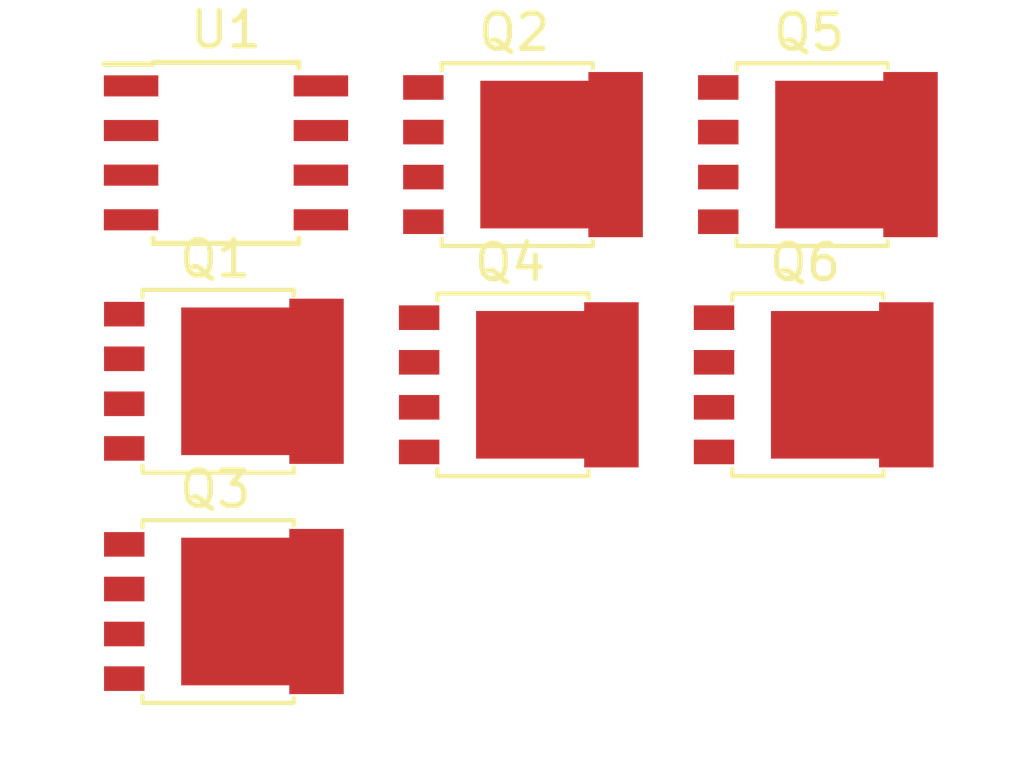
<source format=kicad_pcb>
(kicad_pcb (version 20171130) (host pcbnew "(5.1.0-0)")

  (general
    (thickness 1.6)
    (drawings 0)
    (tracks 0)
    (zones 0)
    (modules 7)
    (nets 20)
  )

  (page A4)
  (layers
    (0 F.Cu signal)
    (31 B.Cu signal)
    (32 B.Adhes user)
    (33 F.Adhes user)
    (34 B.Paste user)
    (35 F.Paste user)
    (36 B.SilkS user)
    (37 F.SilkS user)
    (38 B.Mask user)
    (39 F.Mask user)
    (40 Dwgs.User user)
    (41 Cmts.User user)
    (42 Eco1.User user)
    (43 Eco2.User user)
    (44 Edge.Cuts user)
    (45 Margin user)
    (46 B.CrtYd user)
    (47 F.CrtYd user)
    (48 B.Fab user)
    (49 F.Fab user)
  )

  (setup
    (last_trace_width 0.25)
    (trace_clearance 0.2)
    (zone_clearance 0.508)
    (zone_45_only no)
    (trace_min 0.2)
    (via_size 0.8)
    (via_drill 0.4)
    (via_min_size 0.4)
    (via_min_drill 0.3)
    (uvia_size 0.3)
    (uvia_drill 0.1)
    (uvias_allowed no)
    (uvia_min_size 0.2)
    (uvia_min_drill 0.1)
    (edge_width 0.1)
    (segment_width 0.2)
    (pcb_text_width 0.3)
    (pcb_text_size 1.5 1.5)
    (mod_edge_width 0.15)
    (mod_text_size 1 1)
    (mod_text_width 0.15)
    (pad_size 1.524 1.524)
    (pad_drill 0.762)
    (pad_to_mask_clearance 0)
    (aux_axis_origin 0 0)
    (visible_elements FFFFFF7F)
    (pcbplotparams
      (layerselection 0x010fc_ffffffff)
      (usegerberextensions false)
      (usegerberattributes false)
      (usegerberadvancedattributes false)
      (creategerberjobfile false)
      (excludeedgelayer true)
      (linewidth 0.100000)
      (plotframeref false)
      (viasonmask false)
      (mode 1)
      (useauxorigin false)
      (hpglpennumber 1)
      (hpglpenspeed 20)
      (hpglpendiameter 15.000000)
      (psnegative false)
      (psa4output false)
      (plotreference true)
      (plotvalue true)
      (plotinvisibletext false)
      (padsonsilk false)
      (subtractmaskfromsilk false)
      (outputformat 1)
      (mirror false)
      (drillshape 1)
      (scaleselection 1)
      (outputdirectory ""))
  )

  (net 0 "")
  (net 1 /PowerStage/U_PHASE)
  (net 2 +24V)
  (net 3 /PowerStage/U_HIGH_DRIVE)
  (net 4 /PowerStage/U_LOW_DRIVE)
  (net 5 "Net-(Q2-Pad1)")
  (net 6 /PowerStage/V_PHASE)
  (net 7 /PowerStage/V_HIGH_DRIVE)
  (net 8 /PowerStage/V_LOW_DRIVE)
  (net 9 /PowerStage/W_PHASE)
  (net 10 /PowerStage/W_HIGH_DRIVE)
  (net 11 /PowerStage/W_LOW_DRIVE)
  (net 12 +12V)
  (net 13 "Net-(C1-Pad1)")
  (net 14 "Net-(R2-Pad2)")
  (net 15 "Net-(D1-Pad1)")
  (net 16 /PowerStage/U_HIGH_PWM)
  (net 17 /PowerStage/U_LOW_PWM)
  (net 18 GND)
  (net 19 "Net-(R3-Pad2)")

  (net_class Default "This is the default net class."
    (clearance 0.2)
    (trace_width 0.25)
    (via_dia 0.8)
    (via_drill 0.4)
    (uvia_dia 0.3)
    (uvia_drill 0.1)
    (add_net +12V)
    (add_net +24V)
    (add_net /PowerStage/U_HIGH_DRIVE)
    (add_net /PowerStage/U_HIGH_PWM)
    (add_net /PowerStage/U_LOW_DRIVE)
    (add_net /PowerStage/U_LOW_PWM)
    (add_net /PowerStage/U_PHASE)
    (add_net /PowerStage/V_HIGH_DRIVE)
    (add_net /PowerStage/V_LOW_DRIVE)
    (add_net /PowerStage/V_PHASE)
    (add_net /PowerStage/W_HIGH_DRIVE)
    (add_net /PowerStage/W_LOW_DRIVE)
    (add_net /PowerStage/W_PHASE)
    (add_net GND)
    (add_net "Net-(C1-Pad1)")
    (add_net "Net-(D1-Pad1)")
    (add_net "Net-(Q2-Pad1)")
    (add_net "Net-(R2-Pad2)")
    (add_net "Net-(R3-Pad2)")
  )

  (module Package_TO_SOT_SMD:LFPAK56 (layer F.Cu) (tedit 5AE897F6) (tstamp 5C9C7E45)
    (at 271.665001 4.145001)
    (descr "LFPAK56 https://assets.nexperia.com/documents/outline-drawing/SOT669.pdf")
    (tags "LFPAK56 SOT-669 Power-SO8")
    (path /5C9C3DFB/5C9C3EB2)
    (solder_mask_margin 0.07)
    (solder_paste_margin -0.05)
    (attr smd)
    (fp_text reference Q1 (at -0.245 -3.48) (layer F.SilkS)
      (effects (font (size 1 1) (thickness 0.15)))
    )
    (fp_text value PSMN5R5-60YS (at -0.245 3.52) (layer F.Fab)
      (effects (font (size 1 1) (thickness 0.15)))
    )
    (fp_text user %R (at 0 0 90) (layer F.Fab)
      (effects (font (size 1 1) (thickness 0.15)))
    )
    (fp_line (start -2.315 2.4) (end -2.315 2.6) (layer F.SilkS) (width 0.12))
    (fp_line (start -2.315 2.6) (end 1.985 2.6) (layer F.SilkS) (width 0.12))
    (fp_line (start 1.985 2.6) (end 1.985 2.45) (layer F.SilkS) (width 0.12))
    (fp_line (start 1.985 -2.45) (end 1.985 -2.6) (layer F.SilkS) (width 0.12))
    (fp_line (start 1.985 -2.6) (end -2.315 -2.6) (layer F.SilkS) (width 0.12))
    (fp_line (start -2.315 -2.6) (end -2.315 -2.4) (layer F.SilkS) (width 0.12))
    (fp_line (start -2.215 1.7) (end -3.215 1.7) (layer F.Fab) (width 0.1))
    (fp_line (start -3.215 1.7) (end -3.215 2.15) (layer F.Fab) (width 0.1))
    (fp_line (start -3.215 2.15) (end -2.215 2.15) (layer F.Fab) (width 0.1))
    (fp_line (start -2.215 0.4) (end -3.215 0.4) (layer F.Fab) (width 0.1))
    (fp_line (start -3.215 0.4) (end -3.215 0.85) (layer F.Fab) (width 0.1))
    (fp_line (start -3.215 0.85) (end -2.215 0.85) (layer F.Fab) (width 0.1))
    (fp_line (start -2.215 -0.85) (end -3.215 -0.85) (layer F.Fab) (width 0.1))
    (fp_line (start -3.215 -0.85) (end -3.215 -0.4) (layer F.Fab) (width 0.1))
    (fp_line (start -3.215 -0.4) (end -2.215 -0.4) (layer F.Fab) (width 0.1))
    (fp_line (start -3.215 -2.15) (end -3.215 -1.65) (layer F.Fab) (width 0.1))
    (fp_line (start -3.215 -2.15) (end -2.215 -2.15) (layer F.Fab) (width 0.1))
    (fp_line (start -3.215 -1.65) (end -2.215 -1.65) (layer F.Fab) (width 0.1))
    (fp_line (start 3.185 -2.2) (end 3.185 2.2) (layer F.Fab) (width 0.1))
    (fp_line (start 3.185 2.2) (end 1.885 2.2) (layer F.Fab) (width 0.1))
    (fp_line (start 3.185 -2.2) (end 1.885 -2.2) (layer F.Fab) (width 0.1))
    (fp_line (start 1.885 -2.5) (end -2.215 -2.5) (layer F.Fab) (width 0.1))
    (fp_line (start -2.215 -2.5) (end -2.215 2.5) (layer F.Fab) (width 0.1))
    (fp_line (start -2.215 2.5) (end 1.885 2.5) (layer F.Fab) (width 0.1))
    (fp_line (start 1.885 2.5) (end 1.885 -2.5) (layer F.Fab) (width 0.1))
    (fp_line (start 3.67 -2.75) (end 3.67 2.75) (layer F.CrtYd) (width 0.05))
    (fp_line (start 3.67 -2.75) (end -3.67 -2.75) (layer F.CrtYd) (width 0.05))
    (fp_line (start -3.67 2.75) (end 3.67 2.75) (layer F.CrtYd) (width 0.05))
    (fp_line (start -3.67 2.75) (end -3.67 -2.75) (layer F.CrtYd) (width 0.05))
    (pad "" smd rect (at 0.185 -1.15) (size 0.6 0.9) (layers F.Paste))
    (pad "" smd rect (at -0.665 -1.15) (size 0.6 0.9) (layers F.Paste))
    (pad "" smd rect (at 1.035 -1.15) (size 0.6 0.9) (layers F.Paste))
    (pad "" smd rect (at 0.185 1.15) (size 0.6 0.9) (layers F.Paste))
    (pad "" smd rect (at -0.665 1.15) (size 0.6 0.9) (layers F.Paste))
    (pad "" smd rect (at 1.035 1.15) (size 0.6 0.9) (layers F.Paste))
    (pad "" smd rect (at 1.035 0) (size 0.6 0.9) (layers F.Paste))
    (pad "" smd rect (at -0.665 0) (size 0.6 0.9) (layers F.Paste))
    (pad "" smd rect (at 2.885 -1.88 270) (size 0.6 0.9) (layers F.Paste))
    (pad "" smd rect (at 2.885 1.88 270) (size 0.6 0.9) (layers F.Paste))
    (pad "" smd rect (at 2.885 -0.6 270) (size 0.6 0.9) (layers F.Paste))
    (pad 2 smd rect (at -2.835 -0.64 270) (size 0.7 1.15) (layers F.Cu F.Paste F.Mask)
      (net 1 /PowerStage/U_PHASE) (solder_mask_margin 0.07) (solder_paste_margin -0.05))
    (pad 1 smd rect (at -2.835 -1.91 270) (size 0.7 1.15) (layers F.Cu F.Paste F.Mask)
      (net 1 /PowerStage/U_PHASE) (solder_mask_margin 0.07) (solder_paste_margin -0.05))
    (pad 3 smd rect (at -2.835 0.64 270) (size 0.7 1.15) (layers F.Cu F.Paste F.Mask)
      (net 1 /PowerStage/U_PHASE) (solder_mask_margin 0.07) (solder_paste_margin -0.05))
    (pad 5 smd rect (at 2.635 0 270) (size 4.7 1.55) (layers F.Cu F.Mask)
      (net 2 +24V) (solder_mask_margin 0.07))
    (pad 5 smd rect (at 0.435 0 270) (size 4.2 3.3) (layers F.Cu F.Mask)
      (net 2 +24V) (solder_mask_margin 0.07))
    (pad 4 smd rect (at -2.835 1.91 270) (size 0.7 1.15) (layers F.Cu F.Paste F.Mask)
      (net 3 /PowerStage/U_HIGH_DRIVE) (solder_mask_margin 0.07) (solder_paste_margin -0.05))
    (pad "" smd rect (at 2.885 0.6 270) (size 0.6 0.9) (layers F.Paste))
    (pad "" smd rect (at 0.185 0) (size 0.6 0.9) (layers F.Paste))
    (model ${KISYS3DMOD}/Package_TO_SOT_SMD.3dshapes/LFPAK56.wrl
      (at (xyz 0 0 0))
      (scale (xyz 1 1 1))
      (rotate (xyz 0 0 0))
    )
  )

  (module Package_TO_SOT_SMD:LFPAK56 (layer F.Cu) (tedit 5AE897F6) (tstamp 5C9C7E7A)
    (at 280.175001 -2.304999)
    (descr "LFPAK56 https://assets.nexperia.com/documents/outline-drawing/SOT669.pdf")
    (tags "LFPAK56 SOT-669 Power-SO8")
    (path /5C9C3DFB/5C9C9EDD)
    (solder_mask_margin 0.07)
    (solder_paste_margin -0.05)
    (attr smd)
    (fp_text reference Q2 (at -0.245 -3.48) (layer F.SilkS)
      (effects (font (size 1 1) (thickness 0.15)))
    )
    (fp_text value PSMN5R5-60YS (at -0.245 3.52) (layer F.Fab)
      (effects (font (size 1 1) (thickness 0.15)))
    )
    (fp_line (start -3.67 2.75) (end -3.67 -2.75) (layer F.CrtYd) (width 0.05))
    (fp_line (start -3.67 2.75) (end 3.67 2.75) (layer F.CrtYd) (width 0.05))
    (fp_line (start 3.67 -2.75) (end -3.67 -2.75) (layer F.CrtYd) (width 0.05))
    (fp_line (start 3.67 -2.75) (end 3.67 2.75) (layer F.CrtYd) (width 0.05))
    (fp_line (start 1.885 2.5) (end 1.885 -2.5) (layer F.Fab) (width 0.1))
    (fp_line (start -2.215 2.5) (end 1.885 2.5) (layer F.Fab) (width 0.1))
    (fp_line (start -2.215 -2.5) (end -2.215 2.5) (layer F.Fab) (width 0.1))
    (fp_line (start 1.885 -2.5) (end -2.215 -2.5) (layer F.Fab) (width 0.1))
    (fp_line (start 3.185 -2.2) (end 1.885 -2.2) (layer F.Fab) (width 0.1))
    (fp_line (start 3.185 2.2) (end 1.885 2.2) (layer F.Fab) (width 0.1))
    (fp_line (start 3.185 -2.2) (end 3.185 2.2) (layer F.Fab) (width 0.1))
    (fp_line (start -3.215 -1.65) (end -2.215 -1.65) (layer F.Fab) (width 0.1))
    (fp_line (start -3.215 -2.15) (end -2.215 -2.15) (layer F.Fab) (width 0.1))
    (fp_line (start -3.215 -2.15) (end -3.215 -1.65) (layer F.Fab) (width 0.1))
    (fp_line (start -3.215 -0.4) (end -2.215 -0.4) (layer F.Fab) (width 0.1))
    (fp_line (start -3.215 -0.85) (end -3.215 -0.4) (layer F.Fab) (width 0.1))
    (fp_line (start -2.215 -0.85) (end -3.215 -0.85) (layer F.Fab) (width 0.1))
    (fp_line (start -3.215 0.85) (end -2.215 0.85) (layer F.Fab) (width 0.1))
    (fp_line (start -3.215 0.4) (end -3.215 0.85) (layer F.Fab) (width 0.1))
    (fp_line (start -2.215 0.4) (end -3.215 0.4) (layer F.Fab) (width 0.1))
    (fp_line (start -3.215 2.15) (end -2.215 2.15) (layer F.Fab) (width 0.1))
    (fp_line (start -3.215 1.7) (end -3.215 2.15) (layer F.Fab) (width 0.1))
    (fp_line (start -2.215 1.7) (end -3.215 1.7) (layer F.Fab) (width 0.1))
    (fp_line (start -2.315 -2.6) (end -2.315 -2.4) (layer F.SilkS) (width 0.12))
    (fp_line (start 1.985 -2.6) (end -2.315 -2.6) (layer F.SilkS) (width 0.12))
    (fp_line (start 1.985 -2.45) (end 1.985 -2.6) (layer F.SilkS) (width 0.12))
    (fp_line (start 1.985 2.6) (end 1.985 2.45) (layer F.SilkS) (width 0.12))
    (fp_line (start -2.315 2.6) (end 1.985 2.6) (layer F.SilkS) (width 0.12))
    (fp_line (start -2.315 2.4) (end -2.315 2.6) (layer F.SilkS) (width 0.12))
    (fp_text user %R (at 0 0 90) (layer F.Fab)
      (effects (font (size 1 1) (thickness 0.15)))
    )
    (pad "" smd rect (at 0.185 0) (size 0.6 0.9) (layers F.Paste))
    (pad "" smd rect (at 2.885 0.6 270) (size 0.6 0.9) (layers F.Paste))
    (pad 4 smd rect (at -2.835 1.91 270) (size 0.7 1.15) (layers F.Cu F.Paste F.Mask)
      (net 4 /PowerStage/U_LOW_DRIVE) (solder_mask_margin 0.07) (solder_paste_margin -0.05))
    (pad 5 smd rect (at 0.435 0 270) (size 4.2 3.3) (layers F.Cu F.Mask)
      (net 1 /PowerStage/U_PHASE) (solder_mask_margin 0.07))
    (pad 5 smd rect (at 2.635 0 270) (size 4.7 1.55) (layers F.Cu F.Mask)
      (net 1 /PowerStage/U_PHASE) (solder_mask_margin 0.07))
    (pad 3 smd rect (at -2.835 0.64 270) (size 0.7 1.15) (layers F.Cu F.Paste F.Mask)
      (net 5 "Net-(Q2-Pad1)") (solder_mask_margin 0.07) (solder_paste_margin -0.05))
    (pad 1 smd rect (at -2.835 -1.91 270) (size 0.7 1.15) (layers F.Cu F.Paste F.Mask)
      (net 5 "Net-(Q2-Pad1)") (solder_mask_margin 0.07) (solder_paste_margin -0.05))
    (pad 2 smd rect (at -2.835 -0.64 270) (size 0.7 1.15) (layers F.Cu F.Paste F.Mask)
      (net 5 "Net-(Q2-Pad1)") (solder_mask_margin 0.07) (solder_paste_margin -0.05))
    (pad "" smd rect (at 2.885 -0.6 270) (size 0.6 0.9) (layers F.Paste))
    (pad "" smd rect (at 2.885 1.88 270) (size 0.6 0.9) (layers F.Paste))
    (pad "" smd rect (at 2.885 -1.88 270) (size 0.6 0.9) (layers F.Paste))
    (pad "" smd rect (at -0.665 0) (size 0.6 0.9) (layers F.Paste))
    (pad "" smd rect (at 1.035 0) (size 0.6 0.9) (layers F.Paste))
    (pad "" smd rect (at 1.035 1.15) (size 0.6 0.9) (layers F.Paste))
    (pad "" smd rect (at -0.665 1.15) (size 0.6 0.9) (layers F.Paste))
    (pad "" smd rect (at 0.185 1.15) (size 0.6 0.9) (layers F.Paste))
    (pad "" smd rect (at 1.035 -1.15) (size 0.6 0.9) (layers F.Paste))
    (pad "" smd rect (at -0.665 -1.15) (size 0.6 0.9) (layers F.Paste))
    (pad "" smd rect (at 0.185 -1.15) (size 0.6 0.9) (layers F.Paste))
    (model ${KISYS3DMOD}/Package_TO_SOT_SMD.3dshapes/LFPAK56.wrl
      (at (xyz 0 0 0))
      (scale (xyz 1 1 1))
      (rotate (xyz 0 0 0))
    )
  )

  (module Package_TO_SOT_SMD:LFPAK56 (layer F.Cu) (tedit 5AE897F6) (tstamp 5C9C7EAF)
    (at 271.665001 10.695001)
    (descr "LFPAK56 https://assets.nexperia.com/documents/outline-drawing/SOT669.pdf")
    (tags "LFPAK56 SOT-669 Power-SO8")
    (path /5C9C3DFB/5C9D096C)
    (solder_mask_margin 0.07)
    (solder_paste_margin -0.05)
    (attr smd)
    (fp_text reference Q3 (at -0.245 -3.48) (layer F.SilkS)
      (effects (font (size 1 1) (thickness 0.15)))
    )
    (fp_text value PSMN5R5-60YS (at -0.245 3.52) (layer F.Fab)
      (effects (font (size 1 1) (thickness 0.15)))
    )
    (fp_text user %R (at 0 0 90) (layer F.Fab)
      (effects (font (size 1 1) (thickness 0.15)))
    )
    (fp_line (start -2.315 2.4) (end -2.315 2.6) (layer F.SilkS) (width 0.12))
    (fp_line (start -2.315 2.6) (end 1.985 2.6) (layer F.SilkS) (width 0.12))
    (fp_line (start 1.985 2.6) (end 1.985 2.45) (layer F.SilkS) (width 0.12))
    (fp_line (start 1.985 -2.45) (end 1.985 -2.6) (layer F.SilkS) (width 0.12))
    (fp_line (start 1.985 -2.6) (end -2.315 -2.6) (layer F.SilkS) (width 0.12))
    (fp_line (start -2.315 -2.6) (end -2.315 -2.4) (layer F.SilkS) (width 0.12))
    (fp_line (start -2.215 1.7) (end -3.215 1.7) (layer F.Fab) (width 0.1))
    (fp_line (start -3.215 1.7) (end -3.215 2.15) (layer F.Fab) (width 0.1))
    (fp_line (start -3.215 2.15) (end -2.215 2.15) (layer F.Fab) (width 0.1))
    (fp_line (start -2.215 0.4) (end -3.215 0.4) (layer F.Fab) (width 0.1))
    (fp_line (start -3.215 0.4) (end -3.215 0.85) (layer F.Fab) (width 0.1))
    (fp_line (start -3.215 0.85) (end -2.215 0.85) (layer F.Fab) (width 0.1))
    (fp_line (start -2.215 -0.85) (end -3.215 -0.85) (layer F.Fab) (width 0.1))
    (fp_line (start -3.215 -0.85) (end -3.215 -0.4) (layer F.Fab) (width 0.1))
    (fp_line (start -3.215 -0.4) (end -2.215 -0.4) (layer F.Fab) (width 0.1))
    (fp_line (start -3.215 -2.15) (end -3.215 -1.65) (layer F.Fab) (width 0.1))
    (fp_line (start -3.215 -2.15) (end -2.215 -2.15) (layer F.Fab) (width 0.1))
    (fp_line (start -3.215 -1.65) (end -2.215 -1.65) (layer F.Fab) (width 0.1))
    (fp_line (start 3.185 -2.2) (end 3.185 2.2) (layer F.Fab) (width 0.1))
    (fp_line (start 3.185 2.2) (end 1.885 2.2) (layer F.Fab) (width 0.1))
    (fp_line (start 3.185 -2.2) (end 1.885 -2.2) (layer F.Fab) (width 0.1))
    (fp_line (start 1.885 -2.5) (end -2.215 -2.5) (layer F.Fab) (width 0.1))
    (fp_line (start -2.215 -2.5) (end -2.215 2.5) (layer F.Fab) (width 0.1))
    (fp_line (start -2.215 2.5) (end 1.885 2.5) (layer F.Fab) (width 0.1))
    (fp_line (start 1.885 2.5) (end 1.885 -2.5) (layer F.Fab) (width 0.1))
    (fp_line (start 3.67 -2.75) (end 3.67 2.75) (layer F.CrtYd) (width 0.05))
    (fp_line (start 3.67 -2.75) (end -3.67 -2.75) (layer F.CrtYd) (width 0.05))
    (fp_line (start -3.67 2.75) (end 3.67 2.75) (layer F.CrtYd) (width 0.05))
    (fp_line (start -3.67 2.75) (end -3.67 -2.75) (layer F.CrtYd) (width 0.05))
    (pad "" smd rect (at 0.185 -1.15) (size 0.6 0.9) (layers F.Paste))
    (pad "" smd rect (at -0.665 -1.15) (size 0.6 0.9) (layers F.Paste))
    (pad "" smd rect (at 1.035 -1.15) (size 0.6 0.9) (layers F.Paste))
    (pad "" smd rect (at 0.185 1.15) (size 0.6 0.9) (layers F.Paste))
    (pad "" smd rect (at -0.665 1.15) (size 0.6 0.9) (layers F.Paste))
    (pad "" smd rect (at 1.035 1.15) (size 0.6 0.9) (layers F.Paste))
    (pad "" smd rect (at 1.035 0) (size 0.6 0.9) (layers F.Paste))
    (pad "" smd rect (at -0.665 0) (size 0.6 0.9) (layers F.Paste))
    (pad "" smd rect (at 2.885 -1.88 270) (size 0.6 0.9) (layers F.Paste))
    (pad "" smd rect (at 2.885 1.88 270) (size 0.6 0.9) (layers F.Paste))
    (pad "" smd rect (at 2.885 -0.6 270) (size 0.6 0.9) (layers F.Paste))
    (pad 2 smd rect (at -2.835 -0.64 270) (size 0.7 1.15) (layers F.Cu F.Paste F.Mask)
      (net 6 /PowerStage/V_PHASE) (solder_mask_margin 0.07) (solder_paste_margin -0.05))
    (pad 1 smd rect (at -2.835 -1.91 270) (size 0.7 1.15) (layers F.Cu F.Paste F.Mask)
      (net 6 /PowerStage/V_PHASE) (solder_mask_margin 0.07) (solder_paste_margin -0.05))
    (pad 3 smd rect (at -2.835 0.64 270) (size 0.7 1.15) (layers F.Cu F.Paste F.Mask)
      (net 6 /PowerStage/V_PHASE) (solder_mask_margin 0.07) (solder_paste_margin -0.05))
    (pad 5 smd rect (at 2.635 0 270) (size 4.7 1.55) (layers F.Cu F.Mask)
      (net 2 +24V) (solder_mask_margin 0.07))
    (pad 5 smd rect (at 0.435 0 270) (size 4.2 3.3) (layers F.Cu F.Mask)
      (net 2 +24V) (solder_mask_margin 0.07))
    (pad 4 smd rect (at -2.835 1.91 270) (size 0.7 1.15) (layers F.Cu F.Paste F.Mask)
      (net 7 /PowerStage/V_HIGH_DRIVE) (solder_mask_margin 0.07) (solder_paste_margin -0.05))
    (pad "" smd rect (at 2.885 0.6 270) (size 0.6 0.9) (layers F.Paste))
    (pad "" smd rect (at 0.185 0) (size 0.6 0.9) (layers F.Paste))
    (model ${KISYS3DMOD}/Package_TO_SOT_SMD.3dshapes/LFPAK56.wrl
      (at (xyz 0 0 0))
      (scale (xyz 1 1 1))
      (rotate (xyz 0 0 0))
    )
  )

  (module Package_TO_SOT_SMD:LFPAK56 (layer F.Cu) (tedit 5AE897F6) (tstamp 5C9C7EE4)
    (at 280.055001 4.245001)
    (descr "LFPAK56 https://assets.nexperia.com/documents/outline-drawing/SOT669.pdf")
    (tags "LFPAK56 SOT-669 Power-SO8")
    (path /5C9C3DFB/5C9D2C05)
    (solder_mask_margin 0.07)
    (solder_paste_margin -0.05)
    (attr smd)
    (fp_text reference Q4 (at -0.245 -3.48) (layer F.SilkS)
      (effects (font (size 1 1) (thickness 0.15)))
    )
    (fp_text value PSMN5R5-60YS (at -0.245 3.52) (layer F.Fab)
      (effects (font (size 1 1) (thickness 0.15)))
    )
    (fp_line (start -3.67 2.75) (end -3.67 -2.75) (layer F.CrtYd) (width 0.05))
    (fp_line (start -3.67 2.75) (end 3.67 2.75) (layer F.CrtYd) (width 0.05))
    (fp_line (start 3.67 -2.75) (end -3.67 -2.75) (layer F.CrtYd) (width 0.05))
    (fp_line (start 3.67 -2.75) (end 3.67 2.75) (layer F.CrtYd) (width 0.05))
    (fp_line (start 1.885 2.5) (end 1.885 -2.5) (layer F.Fab) (width 0.1))
    (fp_line (start -2.215 2.5) (end 1.885 2.5) (layer F.Fab) (width 0.1))
    (fp_line (start -2.215 -2.5) (end -2.215 2.5) (layer F.Fab) (width 0.1))
    (fp_line (start 1.885 -2.5) (end -2.215 -2.5) (layer F.Fab) (width 0.1))
    (fp_line (start 3.185 -2.2) (end 1.885 -2.2) (layer F.Fab) (width 0.1))
    (fp_line (start 3.185 2.2) (end 1.885 2.2) (layer F.Fab) (width 0.1))
    (fp_line (start 3.185 -2.2) (end 3.185 2.2) (layer F.Fab) (width 0.1))
    (fp_line (start -3.215 -1.65) (end -2.215 -1.65) (layer F.Fab) (width 0.1))
    (fp_line (start -3.215 -2.15) (end -2.215 -2.15) (layer F.Fab) (width 0.1))
    (fp_line (start -3.215 -2.15) (end -3.215 -1.65) (layer F.Fab) (width 0.1))
    (fp_line (start -3.215 -0.4) (end -2.215 -0.4) (layer F.Fab) (width 0.1))
    (fp_line (start -3.215 -0.85) (end -3.215 -0.4) (layer F.Fab) (width 0.1))
    (fp_line (start -2.215 -0.85) (end -3.215 -0.85) (layer F.Fab) (width 0.1))
    (fp_line (start -3.215 0.85) (end -2.215 0.85) (layer F.Fab) (width 0.1))
    (fp_line (start -3.215 0.4) (end -3.215 0.85) (layer F.Fab) (width 0.1))
    (fp_line (start -2.215 0.4) (end -3.215 0.4) (layer F.Fab) (width 0.1))
    (fp_line (start -3.215 2.15) (end -2.215 2.15) (layer F.Fab) (width 0.1))
    (fp_line (start -3.215 1.7) (end -3.215 2.15) (layer F.Fab) (width 0.1))
    (fp_line (start -2.215 1.7) (end -3.215 1.7) (layer F.Fab) (width 0.1))
    (fp_line (start -2.315 -2.6) (end -2.315 -2.4) (layer F.SilkS) (width 0.12))
    (fp_line (start 1.985 -2.6) (end -2.315 -2.6) (layer F.SilkS) (width 0.12))
    (fp_line (start 1.985 -2.45) (end 1.985 -2.6) (layer F.SilkS) (width 0.12))
    (fp_line (start 1.985 2.6) (end 1.985 2.45) (layer F.SilkS) (width 0.12))
    (fp_line (start -2.315 2.6) (end 1.985 2.6) (layer F.SilkS) (width 0.12))
    (fp_line (start -2.315 2.4) (end -2.315 2.6) (layer F.SilkS) (width 0.12))
    (fp_text user %R (at 0 0 90) (layer F.Fab)
      (effects (font (size 1 1) (thickness 0.15)))
    )
    (pad "" smd rect (at 0.185 0) (size 0.6 0.9) (layers F.Paste))
    (pad "" smd rect (at 2.885 0.6 270) (size 0.6 0.9) (layers F.Paste))
    (pad 4 smd rect (at -2.835 1.91 270) (size 0.7 1.15) (layers F.Cu F.Paste F.Mask)
      (net 8 /PowerStage/V_LOW_DRIVE) (solder_mask_margin 0.07) (solder_paste_margin -0.05))
    (pad 5 smd rect (at 0.435 0 270) (size 4.2 3.3) (layers F.Cu F.Mask)
      (net 6 /PowerStage/V_PHASE) (solder_mask_margin 0.07))
    (pad 5 smd rect (at 2.635 0 270) (size 4.7 1.55) (layers F.Cu F.Mask)
      (net 6 /PowerStage/V_PHASE) (solder_mask_margin 0.07))
    (pad 3 smd rect (at -2.835 0.64 270) (size 0.7 1.15) (layers F.Cu F.Paste F.Mask)
      (net 5 "Net-(Q2-Pad1)") (solder_mask_margin 0.07) (solder_paste_margin -0.05))
    (pad 1 smd rect (at -2.835 -1.91 270) (size 0.7 1.15) (layers F.Cu F.Paste F.Mask)
      (net 5 "Net-(Q2-Pad1)") (solder_mask_margin 0.07) (solder_paste_margin -0.05))
    (pad 2 smd rect (at -2.835 -0.64 270) (size 0.7 1.15) (layers F.Cu F.Paste F.Mask)
      (net 5 "Net-(Q2-Pad1)") (solder_mask_margin 0.07) (solder_paste_margin -0.05))
    (pad "" smd rect (at 2.885 -0.6 270) (size 0.6 0.9) (layers F.Paste))
    (pad "" smd rect (at 2.885 1.88 270) (size 0.6 0.9) (layers F.Paste))
    (pad "" smd rect (at 2.885 -1.88 270) (size 0.6 0.9) (layers F.Paste))
    (pad "" smd rect (at -0.665 0) (size 0.6 0.9) (layers F.Paste))
    (pad "" smd rect (at 1.035 0) (size 0.6 0.9) (layers F.Paste))
    (pad "" smd rect (at 1.035 1.15) (size 0.6 0.9) (layers F.Paste))
    (pad "" smd rect (at -0.665 1.15) (size 0.6 0.9) (layers F.Paste))
    (pad "" smd rect (at 0.185 1.15) (size 0.6 0.9) (layers F.Paste))
    (pad "" smd rect (at 1.035 -1.15) (size 0.6 0.9) (layers F.Paste))
    (pad "" smd rect (at -0.665 -1.15) (size 0.6 0.9) (layers F.Paste))
    (pad "" smd rect (at 0.185 -1.15) (size 0.6 0.9) (layers F.Paste))
    (model ${KISYS3DMOD}/Package_TO_SOT_SMD.3dshapes/LFPAK56.wrl
      (at (xyz 0 0 0))
      (scale (xyz 1 1 1))
      (rotate (xyz 0 0 0))
    )
  )

  (module Package_TO_SOT_SMD:LFPAK56 (layer F.Cu) (tedit 5AE897F6) (tstamp 5C9C7F19)
    (at 288.565001 -2.304999)
    (descr "LFPAK56 https://assets.nexperia.com/documents/outline-drawing/SOT669.pdf")
    (tags "LFPAK56 SOT-669 Power-SO8")
    (path /5C9C3DFB/5C9D67ED)
    (solder_mask_margin 0.07)
    (solder_paste_margin -0.05)
    (attr smd)
    (fp_text reference Q5 (at -0.245 -3.48) (layer F.SilkS)
      (effects (font (size 1 1) (thickness 0.15)))
    )
    (fp_text value PSMN5R5-60YS (at -0.245 3.52) (layer F.Fab)
      (effects (font (size 1 1) (thickness 0.15)))
    )
    (fp_text user %R (at 0 0 90) (layer F.Fab)
      (effects (font (size 1 1) (thickness 0.15)))
    )
    (fp_line (start -2.315 2.4) (end -2.315 2.6) (layer F.SilkS) (width 0.12))
    (fp_line (start -2.315 2.6) (end 1.985 2.6) (layer F.SilkS) (width 0.12))
    (fp_line (start 1.985 2.6) (end 1.985 2.45) (layer F.SilkS) (width 0.12))
    (fp_line (start 1.985 -2.45) (end 1.985 -2.6) (layer F.SilkS) (width 0.12))
    (fp_line (start 1.985 -2.6) (end -2.315 -2.6) (layer F.SilkS) (width 0.12))
    (fp_line (start -2.315 -2.6) (end -2.315 -2.4) (layer F.SilkS) (width 0.12))
    (fp_line (start -2.215 1.7) (end -3.215 1.7) (layer F.Fab) (width 0.1))
    (fp_line (start -3.215 1.7) (end -3.215 2.15) (layer F.Fab) (width 0.1))
    (fp_line (start -3.215 2.15) (end -2.215 2.15) (layer F.Fab) (width 0.1))
    (fp_line (start -2.215 0.4) (end -3.215 0.4) (layer F.Fab) (width 0.1))
    (fp_line (start -3.215 0.4) (end -3.215 0.85) (layer F.Fab) (width 0.1))
    (fp_line (start -3.215 0.85) (end -2.215 0.85) (layer F.Fab) (width 0.1))
    (fp_line (start -2.215 -0.85) (end -3.215 -0.85) (layer F.Fab) (width 0.1))
    (fp_line (start -3.215 -0.85) (end -3.215 -0.4) (layer F.Fab) (width 0.1))
    (fp_line (start -3.215 -0.4) (end -2.215 -0.4) (layer F.Fab) (width 0.1))
    (fp_line (start -3.215 -2.15) (end -3.215 -1.65) (layer F.Fab) (width 0.1))
    (fp_line (start -3.215 -2.15) (end -2.215 -2.15) (layer F.Fab) (width 0.1))
    (fp_line (start -3.215 -1.65) (end -2.215 -1.65) (layer F.Fab) (width 0.1))
    (fp_line (start 3.185 -2.2) (end 3.185 2.2) (layer F.Fab) (width 0.1))
    (fp_line (start 3.185 2.2) (end 1.885 2.2) (layer F.Fab) (width 0.1))
    (fp_line (start 3.185 -2.2) (end 1.885 -2.2) (layer F.Fab) (width 0.1))
    (fp_line (start 1.885 -2.5) (end -2.215 -2.5) (layer F.Fab) (width 0.1))
    (fp_line (start -2.215 -2.5) (end -2.215 2.5) (layer F.Fab) (width 0.1))
    (fp_line (start -2.215 2.5) (end 1.885 2.5) (layer F.Fab) (width 0.1))
    (fp_line (start 1.885 2.5) (end 1.885 -2.5) (layer F.Fab) (width 0.1))
    (fp_line (start 3.67 -2.75) (end 3.67 2.75) (layer F.CrtYd) (width 0.05))
    (fp_line (start 3.67 -2.75) (end -3.67 -2.75) (layer F.CrtYd) (width 0.05))
    (fp_line (start -3.67 2.75) (end 3.67 2.75) (layer F.CrtYd) (width 0.05))
    (fp_line (start -3.67 2.75) (end -3.67 -2.75) (layer F.CrtYd) (width 0.05))
    (pad "" smd rect (at 0.185 -1.15) (size 0.6 0.9) (layers F.Paste))
    (pad "" smd rect (at -0.665 -1.15) (size 0.6 0.9) (layers F.Paste))
    (pad "" smd rect (at 1.035 -1.15) (size 0.6 0.9) (layers F.Paste))
    (pad "" smd rect (at 0.185 1.15) (size 0.6 0.9) (layers F.Paste))
    (pad "" smd rect (at -0.665 1.15) (size 0.6 0.9) (layers F.Paste))
    (pad "" smd rect (at 1.035 1.15) (size 0.6 0.9) (layers F.Paste))
    (pad "" smd rect (at 1.035 0) (size 0.6 0.9) (layers F.Paste))
    (pad "" smd rect (at -0.665 0) (size 0.6 0.9) (layers F.Paste))
    (pad "" smd rect (at 2.885 -1.88 270) (size 0.6 0.9) (layers F.Paste))
    (pad "" smd rect (at 2.885 1.88 270) (size 0.6 0.9) (layers F.Paste))
    (pad "" smd rect (at 2.885 -0.6 270) (size 0.6 0.9) (layers F.Paste))
    (pad 2 smd rect (at -2.835 -0.64 270) (size 0.7 1.15) (layers F.Cu F.Paste F.Mask)
      (net 9 /PowerStage/W_PHASE) (solder_mask_margin 0.07) (solder_paste_margin -0.05))
    (pad 1 smd rect (at -2.835 -1.91 270) (size 0.7 1.15) (layers F.Cu F.Paste F.Mask)
      (net 9 /PowerStage/W_PHASE) (solder_mask_margin 0.07) (solder_paste_margin -0.05))
    (pad 3 smd rect (at -2.835 0.64 270) (size 0.7 1.15) (layers F.Cu F.Paste F.Mask)
      (net 9 /PowerStage/W_PHASE) (solder_mask_margin 0.07) (solder_paste_margin -0.05))
    (pad 5 smd rect (at 2.635 0 270) (size 4.7 1.55) (layers F.Cu F.Mask)
      (net 2 +24V) (solder_mask_margin 0.07))
    (pad 5 smd rect (at 0.435 0 270) (size 4.2 3.3) (layers F.Cu F.Mask)
      (net 2 +24V) (solder_mask_margin 0.07))
    (pad 4 smd rect (at -2.835 1.91 270) (size 0.7 1.15) (layers F.Cu F.Paste F.Mask)
      (net 10 /PowerStage/W_HIGH_DRIVE) (solder_mask_margin 0.07) (solder_paste_margin -0.05))
    (pad "" smd rect (at 2.885 0.6 270) (size 0.6 0.9) (layers F.Paste))
    (pad "" smd rect (at 0.185 0) (size 0.6 0.9) (layers F.Paste))
    (model ${KISYS3DMOD}/Package_TO_SOT_SMD.3dshapes/LFPAK56.wrl
      (at (xyz 0 0 0))
      (scale (xyz 1 1 1))
      (rotate (xyz 0 0 0))
    )
  )

  (module Package_TO_SOT_SMD:LFPAK56 (layer F.Cu) (tedit 5AE897F6) (tstamp 5C9C7F4E)
    (at 288.445001 4.245001)
    (descr "LFPAK56 https://assets.nexperia.com/documents/outline-drawing/SOT669.pdf")
    (tags "LFPAK56 SOT-669 Power-SO8")
    (path /5C9C3DFB/5C9D67F3)
    (solder_mask_margin 0.07)
    (solder_paste_margin -0.05)
    (attr smd)
    (fp_text reference Q6 (at -0.245 -3.48) (layer F.SilkS)
      (effects (font (size 1 1) (thickness 0.15)))
    )
    (fp_text value PSMN5R5-60YS (at -0.245 3.52) (layer F.Fab)
      (effects (font (size 1 1) (thickness 0.15)))
    )
    (fp_line (start -3.67 2.75) (end -3.67 -2.75) (layer F.CrtYd) (width 0.05))
    (fp_line (start -3.67 2.75) (end 3.67 2.75) (layer F.CrtYd) (width 0.05))
    (fp_line (start 3.67 -2.75) (end -3.67 -2.75) (layer F.CrtYd) (width 0.05))
    (fp_line (start 3.67 -2.75) (end 3.67 2.75) (layer F.CrtYd) (width 0.05))
    (fp_line (start 1.885 2.5) (end 1.885 -2.5) (layer F.Fab) (width 0.1))
    (fp_line (start -2.215 2.5) (end 1.885 2.5) (layer F.Fab) (width 0.1))
    (fp_line (start -2.215 -2.5) (end -2.215 2.5) (layer F.Fab) (width 0.1))
    (fp_line (start 1.885 -2.5) (end -2.215 -2.5) (layer F.Fab) (width 0.1))
    (fp_line (start 3.185 -2.2) (end 1.885 -2.2) (layer F.Fab) (width 0.1))
    (fp_line (start 3.185 2.2) (end 1.885 2.2) (layer F.Fab) (width 0.1))
    (fp_line (start 3.185 -2.2) (end 3.185 2.2) (layer F.Fab) (width 0.1))
    (fp_line (start -3.215 -1.65) (end -2.215 -1.65) (layer F.Fab) (width 0.1))
    (fp_line (start -3.215 -2.15) (end -2.215 -2.15) (layer F.Fab) (width 0.1))
    (fp_line (start -3.215 -2.15) (end -3.215 -1.65) (layer F.Fab) (width 0.1))
    (fp_line (start -3.215 -0.4) (end -2.215 -0.4) (layer F.Fab) (width 0.1))
    (fp_line (start -3.215 -0.85) (end -3.215 -0.4) (layer F.Fab) (width 0.1))
    (fp_line (start -2.215 -0.85) (end -3.215 -0.85) (layer F.Fab) (width 0.1))
    (fp_line (start -3.215 0.85) (end -2.215 0.85) (layer F.Fab) (width 0.1))
    (fp_line (start -3.215 0.4) (end -3.215 0.85) (layer F.Fab) (width 0.1))
    (fp_line (start -2.215 0.4) (end -3.215 0.4) (layer F.Fab) (width 0.1))
    (fp_line (start -3.215 2.15) (end -2.215 2.15) (layer F.Fab) (width 0.1))
    (fp_line (start -3.215 1.7) (end -3.215 2.15) (layer F.Fab) (width 0.1))
    (fp_line (start -2.215 1.7) (end -3.215 1.7) (layer F.Fab) (width 0.1))
    (fp_line (start -2.315 -2.6) (end -2.315 -2.4) (layer F.SilkS) (width 0.12))
    (fp_line (start 1.985 -2.6) (end -2.315 -2.6) (layer F.SilkS) (width 0.12))
    (fp_line (start 1.985 -2.45) (end 1.985 -2.6) (layer F.SilkS) (width 0.12))
    (fp_line (start 1.985 2.6) (end 1.985 2.45) (layer F.SilkS) (width 0.12))
    (fp_line (start -2.315 2.6) (end 1.985 2.6) (layer F.SilkS) (width 0.12))
    (fp_line (start -2.315 2.4) (end -2.315 2.6) (layer F.SilkS) (width 0.12))
    (fp_text user %R (at 0 0 90) (layer F.Fab)
      (effects (font (size 1 1) (thickness 0.15)))
    )
    (pad "" smd rect (at 0.185 0) (size 0.6 0.9) (layers F.Paste))
    (pad "" smd rect (at 2.885 0.6 270) (size 0.6 0.9) (layers F.Paste))
    (pad 4 smd rect (at -2.835 1.91 270) (size 0.7 1.15) (layers F.Cu F.Paste F.Mask)
      (net 11 /PowerStage/W_LOW_DRIVE) (solder_mask_margin 0.07) (solder_paste_margin -0.05))
    (pad 5 smd rect (at 0.435 0 270) (size 4.2 3.3) (layers F.Cu F.Mask)
      (net 9 /PowerStage/W_PHASE) (solder_mask_margin 0.07))
    (pad 5 smd rect (at 2.635 0 270) (size 4.7 1.55) (layers F.Cu F.Mask)
      (net 9 /PowerStage/W_PHASE) (solder_mask_margin 0.07))
    (pad 3 smd rect (at -2.835 0.64 270) (size 0.7 1.15) (layers F.Cu F.Paste F.Mask)
      (net 5 "Net-(Q2-Pad1)") (solder_mask_margin 0.07) (solder_paste_margin -0.05))
    (pad 1 smd rect (at -2.835 -1.91 270) (size 0.7 1.15) (layers F.Cu F.Paste F.Mask)
      (net 5 "Net-(Q2-Pad1)") (solder_mask_margin 0.07) (solder_paste_margin -0.05))
    (pad 2 smd rect (at -2.835 -0.64 270) (size 0.7 1.15) (layers F.Cu F.Paste F.Mask)
      (net 5 "Net-(Q2-Pad1)") (solder_mask_margin 0.07) (solder_paste_margin -0.05))
    (pad "" smd rect (at 2.885 -0.6 270) (size 0.6 0.9) (layers F.Paste))
    (pad "" smd rect (at 2.885 1.88 270) (size 0.6 0.9) (layers F.Paste))
    (pad "" smd rect (at 2.885 -1.88 270) (size 0.6 0.9) (layers F.Paste))
    (pad "" smd rect (at -0.665 0) (size 0.6 0.9) (layers F.Paste))
    (pad "" smd rect (at 1.035 0) (size 0.6 0.9) (layers F.Paste))
    (pad "" smd rect (at 1.035 1.15) (size 0.6 0.9) (layers F.Paste))
    (pad "" smd rect (at -0.665 1.15) (size 0.6 0.9) (layers F.Paste))
    (pad "" smd rect (at 0.185 1.15) (size 0.6 0.9) (layers F.Paste))
    (pad "" smd rect (at 1.035 -1.15) (size 0.6 0.9) (layers F.Paste))
    (pad "" smd rect (at -0.665 -1.15) (size 0.6 0.9) (layers F.Paste))
    (pad "" smd rect (at 0.185 -1.15) (size 0.6 0.9) (layers F.Paste))
    (model ${KISYS3DMOD}/Package_TO_SOT_SMD.3dshapes/LFPAK56.wrl
      (at (xyz 0 0 0))
      (scale (xyz 1 1 1))
      (rotate (xyz 0 0 0))
    )
  )

  (module Package_SO:SOIC-8_3.9x4.9mm_P1.27mm (layer F.Cu) (tedit 5A02F2D3) (tstamp 5C9C7F6B)
    (at 271.725001 -2.354999)
    (descr "8-Lead Plastic Small Outline (SN) - Narrow, 3.90 mm Body [SOIC] (see Microchip Packaging Specification http://ww1.microchip.com/downloads/en/PackagingSpec/00000049BQ.pdf)")
    (tags "SOIC 1.27")
    (path /5C9C3DFB/5CA578DD)
    (attr smd)
    (fp_text reference U1 (at 0 -3.5) (layer F.SilkS)
      (effects (font (size 1 1) (thickness 0.15)))
    )
    (fp_text value MIC4605-1YM (at 0 3.5) (layer F.Fab)
      (effects (font (size 1 1) (thickness 0.15)))
    )
    (fp_text user %R (at 0 0) (layer F.Fab)
      (effects (font (size 1 1) (thickness 0.15)))
    )
    (fp_line (start -0.95 -2.45) (end 1.95 -2.45) (layer F.Fab) (width 0.1))
    (fp_line (start 1.95 -2.45) (end 1.95 2.45) (layer F.Fab) (width 0.1))
    (fp_line (start 1.95 2.45) (end -1.95 2.45) (layer F.Fab) (width 0.1))
    (fp_line (start -1.95 2.45) (end -1.95 -1.45) (layer F.Fab) (width 0.1))
    (fp_line (start -1.95 -1.45) (end -0.95 -2.45) (layer F.Fab) (width 0.1))
    (fp_line (start -3.73 -2.7) (end -3.73 2.7) (layer F.CrtYd) (width 0.05))
    (fp_line (start 3.73 -2.7) (end 3.73 2.7) (layer F.CrtYd) (width 0.05))
    (fp_line (start -3.73 -2.7) (end 3.73 -2.7) (layer F.CrtYd) (width 0.05))
    (fp_line (start -3.73 2.7) (end 3.73 2.7) (layer F.CrtYd) (width 0.05))
    (fp_line (start -2.075 -2.575) (end -2.075 -2.525) (layer F.SilkS) (width 0.15))
    (fp_line (start 2.075 -2.575) (end 2.075 -2.43) (layer F.SilkS) (width 0.15))
    (fp_line (start 2.075 2.575) (end 2.075 2.43) (layer F.SilkS) (width 0.15))
    (fp_line (start -2.075 2.575) (end -2.075 2.43) (layer F.SilkS) (width 0.15))
    (fp_line (start -2.075 -2.575) (end 2.075 -2.575) (layer F.SilkS) (width 0.15))
    (fp_line (start -2.075 2.575) (end 2.075 2.575) (layer F.SilkS) (width 0.15))
    (fp_line (start -2.075 -2.525) (end -3.475 -2.525) (layer F.SilkS) (width 0.15))
    (pad 1 smd rect (at -2.7 -1.905) (size 1.55 0.6) (layers F.Cu F.Paste F.Mask)
      (net 12 +12V))
    (pad 2 smd rect (at -2.7 -0.635) (size 1.55 0.6) (layers F.Cu F.Paste F.Mask)
      (net 13 "Net-(C1-Pad1)"))
    (pad 3 smd rect (at -2.7 0.635) (size 1.55 0.6) (layers F.Cu F.Paste F.Mask)
      (net 14 "Net-(R2-Pad2)"))
    (pad 4 smd rect (at -2.7 1.905) (size 1.55 0.6) (layers F.Cu F.Paste F.Mask)
      (net 15 "Net-(D1-Pad1)"))
    (pad 5 smd rect (at 2.7 1.905) (size 1.55 0.6) (layers F.Cu F.Paste F.Mask)
      (net 16 /PowerStage/U_HIGH_PWM))
    (pad 6 smd rect (at 2.7 0.635) (size 1.55 0.6) (layers F.Cu F.Paste F.Mask)
      (net 17 /PowerStage/U_LOW_PWM))
    (pad 7 smd rect (at 2.7 -0.635) (size 1.55 0.6) (layers F.Cu F.Paste F.Mask)
      (net 18 GND))
    (pad 8 smd rect (at 2.7 -1.905) (size 1.55 0.6) (layers F.Cu F.Paste F.Mask)
      (net 19 "Net-(R3-Pad2)"))
    (model ${KISYS3DMOD}/Package_SO.3dshapes/SOIC-8_3.9x4.9mm_P1.27mm.wrl
      (at (xyz 0 0 0))
      (scale (xyz 1 1 1))
      (rotate (xyz 0 0 0))
    )
  )

)

</source>
